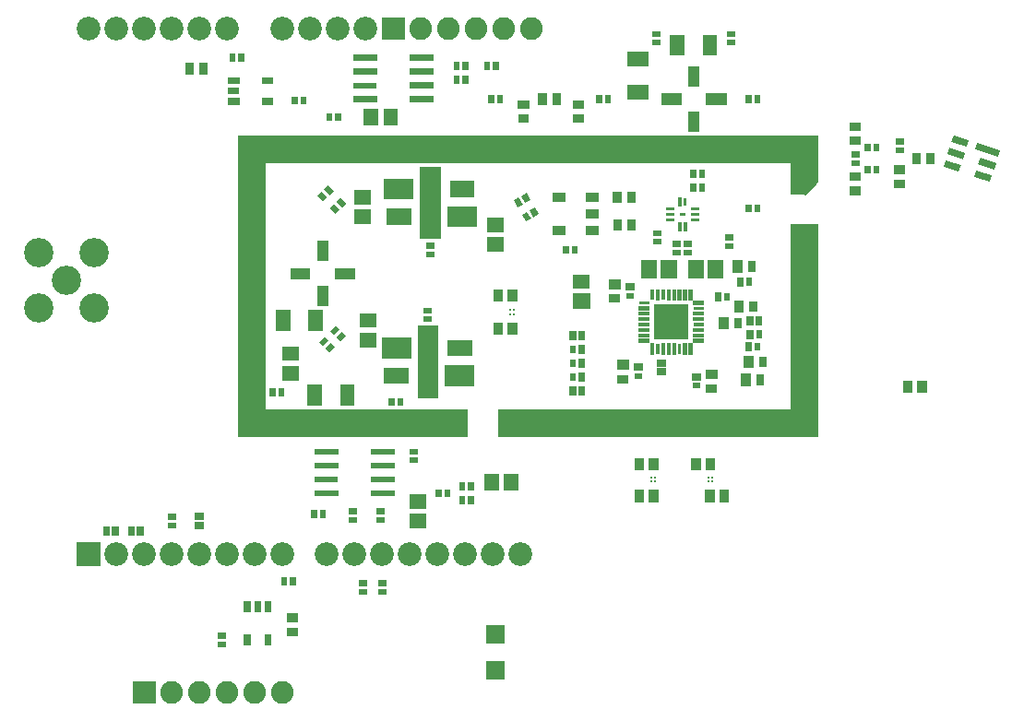
<source format=gbr>
G04 start of page 9 for group -4062 idx -4062 *
G04 Title: (unknown), soldermask *
G04 Creator: pcb 1.99z *
G04 CreationDate: Wed 29 Jul 2020 02:45:22 PM GMT UTC *
G04 For: mark *
G04 Format: Gerber/RS-274X *
G04 PCB-Dimensions (mil): 4300.00 3300.00 *
G04 PCB-Coordinate-Origin: lower left *
%MOIN*%
%FSLAX25Y25*%
%LNBOTTOMMASK*%
%ADD177R,0.0512X0.0512*%
%ADD176R,0.0315X0.0315*%
%ADD175R,0.0295X0.0295*%
%ADD174R,0.0197X0.0197*%
%ADD173R,0.0200X0.0200*%
%ADD172R,0.0215X0.0215*%
%ADD171R,0.0257X0.0257*%
%ADD170R,0.0255X0.0255*%
%ADD169R,0.0240X0.0240*%
%ADD168R,0.0571X0.0571*%
%ADD167C,0.0111*%
%ADD166R,0.0576X0.0576*%
%ADD165R,0.0355X0.0355*%
%ADD164R,0.0751X0.0751*%
%ADD163R,0.0118X0.0118*%
%ADD162R,0.0148X0.0148*%
%ADD161R,0.0572X0.0572*%
%ADD160R,0.0527X0.0527*%
%ADD159R,0.0415X0.0415*%
%ADD158R,0.0400X0.0400*%
%ADD157R,0.0098X0.0098*%
%ADD156R,0.0113X0.0113*%
%ADD155R,0.0310X0.0310*%
%ADD154R,0.1000X0.1000*%
%ADD153R,0.0100X0.0100*%
%ADD152C,0.0100*%
%ADD151R,0.0212X0.0212*%
%ADD150C,0.1060*%
%ADD149C,0.0860*%
%ADD148C,0.0820*%
%ADD147C,0.0001*%
G54D147*G36*
X149906Y274594D02*Y266394D01*
X158106D01*
Y274594D01*
X149906D01*
G37*
G54D148*X164006Y270494D03*
X174006D03*
X184006D03*
X194006D03*
X204006D03*
G54D149*X190006Y80494D03*
X200006D03*
X160006D03*
X170006D03*
X180006D03*
G54D147*G36*
X187706Y54794D02*Y48194D01*
X194306D01*
Y54794D01*
X187706D01*
G37*
G54D149*X104006Y80494D03*
X94006D03*
X114006D03*
X130006D03*
X140006D03*
X150006D03*
G54D147*G36*
X39706Y84794D02*Y76194D01*
X48306D01*
Y84794D01*
X39706D01*
G37*
G54D149*X54006Y80494D03*
X64006D03*
X74006D03*
X84006D03*
X44006Y270494D03*
X54006D03*
X64006D03*
X74006D03*
X84006D03*
X94006D03*
X114006D03*
X124006D03*
X134006D03*
X144006D03*
G54D150*X36006Y179494D03*
X26006Y189494D03*
Y169494D03*
X46006Y189494D03*
Y169494D03*
G54D147*G36*
X59906Y34594D02*Y26394D01*
X68106D01*
Y34594D01*
X59906D01*
G37*
G54D148*X74006Y30494D03*
X84006D03*
X94006D03*
X104006D03*
X114006D03*
G54D147*G36*
X187706Y41794D02*Y35194D01*
X194306D01*
Y41794D01*
X187706D01*
G37*
G54D151*X282406Y245387D02*Y244601D01*
G54D152*X302500Y211000D02*X306500Y215000D01*
G54D153*X298000Y211000D02*X302000D01*
X298000Y212000D02*X303000D01*
X298000Y213000D02*X304000D01*
X298000Y214000D02*X305000D01*
X298000Y215000D02*X306000D01*
G54D151*X320613Y221920D02*X321399D01*
X285554Y245387D02*Y244601D01*
G54D154*X302500Y226750D02*Y219750D01*
G54D151*X320613Y225068D02*X321399D01*
G54D147*G36*
X318963Y218545D02*X323049Y218545D01*
X323049Y215443D01*
X318963Y215443D01*
X318963Y218545D01*
G37*
G54D155*X320514Y229994D02*X321498D01*
X320514Y235112D02*X321498D01*
X320514Y211876D02*X321498D01*
G54D147*G36*
X356407Y231848D02*X362023Y230023D01*
X361292Y227776D01*
X355677Y229602D01*
X356407Y231848D01*
G37*
G36*
X353486Y222861D02*X359103Y221037D01*
X358373Y218790D01*
X352756Y220615D01*
X353486Y222861D01*
G37*
G54D151*X336613Y229642D02*X337399D01*
G54D147*G36*
X364719Y219211D02*X370335Y217387D01*
X369606Y215141D01*
X363989Y216965D01*
X364719Y219211D01*
G37*
G36*
X354898Y227449D02*X360657Y225578D01*
X359881Y223189D01*
X354122Y225060D01*
X354898Y227449D01*
G37*
G54D156*X253041Y203337D02*X255010D01*
X253041Y201368D02*X255010D01*
G54D157*X259537Y208848D02*Y206880D01*
G54D156*X257569Y208848D02*Y206880D01*
G54D158*X262580Y254744D02*Y251544D01*
Y238444D02*Y235244D01*
G54D159*X252830Y244994D02*X256030D01*
X269130D02*X272330D01*
G54D160*X268411Y265675D02*Y263313D01*
X256601Y265675D02*Y263313D01*
G54D151*X275613Y265420D02*X276399D01*
X275613Y268568D02*X276399D01*
G54D155*X348065Y223986D02*Y223002D01*
X342947Y223986D02*Y223002D01*
X336514Y219553D02*X337498D01*
X336514Y214435D02*X337498D01*
G54D151*X328580Y219887D02*Y219101D01*
X325432Y219887D02*Y219101D01*
X328580Y227887D02*Y227101D01*
X325432Y227887D02*Y227101D01*
X336613Y226494D02*X337399D01*
G54D161*X246463Y183887D02*Y183101D01*
X253549Y183887D02*Y183101D01*
G54D147*G36*
X215299Y189043D02*X215300Y191947D01*
X217418Y191945D01*
X217417Y189042D01*
X215299Y189043D01*
G37*
G54D162*X243404Y167447D02*X245963D01*
X243404Y165478D02*X245963D01*
X243404Y163510D02*X245963D01*
X243404Y161541D02*X245963D01*
X243404Y159573D02*X245963D01*
X243404Y157604D02*X245963D01*
X261396Y175596D02*Y173037D01*
X259427Y175596D02*Y173037D01*
X257459Y175596D02*Y173037D01*
X255490Y175596D02*Y173037D01*
X253522Y175596D02*Y173037D01*
G54D163*X251553Y175596D02*Y173037D01*
G54D162*X249585Y175596D02*Y173037D01*
G54D163*X247616Y175596D02*Y173037D01*
G54D147*G36*
X248305Y170695D02*Y158293D01*
X260707D01*
Y170695D01*
X248305D01*
G37*
G54D164*X176431Y144994D02*X179581D01*
G54D165*X191947Y162486D02*Y161502D01*
G54D166*X176431Y154994D02*X179581D01*
G54D165*X197065Y162486D02*Y161502D01*
X197000Y174480D02*Y173496D01*
X191882Y174480D02*Y173496D01*
G54D167*X196316Y168684D03*
X197696D03*
X196316Y167304D03*
X197696D03*
G54D166*X153596Y144994D02*X156746D01*
G54D164*X166589Y159294D02*Y149994D01*
Y140742D01*
G54D154*X103000Y127750D02*X176000D01*
G54D160*X116613Y153037D02*X117399D01*
G54D164*X153596Y154994D02*X156746D01*
G54D151*X161113Y114420D02*X161899D01*
X161113Y117568D02*X161899D01*
G54D160*X189463Y106887D02*Y106101D01*
X196549Y106887D02*Y106101D01*
G54D159*X128506Y175444D02*Y172244D01*
G54D158*X118756Y181994D02*X121956D01*
X135056D02*X138256D01*
G54D160*X125911Y166175D02*Y163813D01*
G54D147*G36*
X129383Y154953D02*X131437Y157007D01*
X132934Y155509D01*
X130881Y153456D01*
X129383Y154953D01*
G37*
G36*
X127157Y157179D02*X129211Y159233D01*
X130708Y157735D01*
X128655Y155681D01*
X127157Y157179D01*
G37*
G36*
X131157Y161179D02*X133211Y163233D01*
X134708Y161735D01*
X132655Y159681D01*
X131157Y161179D01*
G37*
G36*
X133383Y158953D02*X135437Y161007D01*
X136934Y159509D01*
X134881Y157456D01*
X133383Y158953D01*
G37*
G54D160*X144613Y157951D02*X145399D01*
X144613Y165037D02*X145399D01*
X116613Y145951D02*X117399D01*
G54D154*X103000Y226750D02*Y127750D01*
G54D168*X154431Y202494D02*X157581D01*
G54D164*X154431Y212494D02*X157581D01*
X177266Y202494D02*X180415D01*
X167423Y216746D02*Y207494D01*
G54D160*X114101Y166175D02*Y163813D01*
G54D169*X105006Y62344D02*Y60770D01*
G54D170*X101266Y62344D02*Y60770D01*
X108746Y50219D02*Y48644D01*
X101266Y50219D02*Y48644D01*
G54D151*X91613Y47920D02*X92399D01*
X91613Y51068D02*X92399D01*
G54D170*X108746Y62344D02*Y60770D01*
G54D155*X117014Y57553D02*X117998D01*
X117014Y52435D02*X117998D01*
G54D151*X114532Y71087D02*Y70301D01*
X117680Y71087D02*Y70301D01*
X73613Y94068D02*X74399D01*
X73613Y90920D02*X74399D01*
G54D171*X83613D02*X84399D01*
X83613Y94068D02*X84399D01*
X50432Y89387D02*Y88601D01*
X53580Y89387D02*Y88601D01*
X59432Y89387D02*Y88601D01*
X62580Y89387D02*Y88601D01*
G54D151*X134080Y238887D02*Y238101D01*
X130932Y238887D02*Y238101D01*
G54D160*X153049Y238887D02*Y238101D01*
X145963Y238887D02*Y238101D01*
G54D172*X140506Y244994D02*X147006D01*
X161006D02*X167506D01*
G54D151*X189432Y245387D02*Y244601D01*
X192580Y245387D02*Y244601D01*
G54D155*X207921Y245486D02*Y244502D01*
X213039Y245486D02*Y244502D01*
G54D173*X140506Y249994D02*X147006D01*
G54D172*X140506Y254994D02*X147006D01*
X140506Y259994D02*X147006D01*
X161006D02*X167506D01*
X161006Y254994D02*X167506D01*
X161006Y249994D02*X167506D01*
G54D151*X95858Y260387D02*Y259601D01*
G54D169*X95581Y247994D02*X97156D01*
G54D170*X95581Y251734D02*X97156D01*
X95581Y244254D02*X97156D01*
G54D151*X99006Y260387D02*Y259601D01*
G54D155*X85506Y256486D02*Y255502D01*
X80388Y256486D02*Y255502D01*
G54D147*G36*
X202060Y211068D02*X203512Y208553D01*
X201678Y207494D01*
X200226Y210009D01*
X202060Y211068D01*
G37*
G54D168*X177266Y212494D02*X180415D01*
G54D159*X128506Y191744D02*Y188544D01*
G54D147*G36*
X132615Y207157D02*X134669Y205103D01*
X133171Y203606D01*
X131117Y205659D01*
X132615Y207157D01*
G37*
G36*
X134841Y209383D02*X136894Y207329D01*
X135397Y205831D01*
X133343Y207885D01*
X134841Y209383D01*
G37*
G36*
X128115Y211657D02*X130169Y209603D01*
X128671Y208105D01*
X126617Y210159D01*
X128115Y211657D01*
G37*
G36*
X130341Y213883D02*X132394Y211829D01*
X130897Y210331D01*
X128843Y212385D01*
X130341Y213883D01*
G37*
G54D160*X142613Y202451D02*X143399D01*
X142613Y209537D02*X143399D01*
X190613Y192451D02*X191399D01*
X190613Y199537D02*X191399D01*
G54D147*G36*
X199334Y209494D02*X200786Y206979D01*
X198952Y205920D01*
X197500Y208435D01*
X199334Y209494D01*
G37*
G36*
X205060Y205872D02*X206512Y203357D01*
X204678Y202298D01*
X203226Y204813D01*
X205060Y205872D01*
G37*
G36*
X202334Y204298D02*X203786Y201784D01*
X201952Y200724D01*
X200500Y203238D01*
X202334Y204298D01*
G37*
G54D164*X167423Y207494D02*Y198194D01*
G54D155*X240053Y209986D02*Y209002D01*
X234935Y209986D02*Y209002D01*
X234947Y199986D02*Y199002D01*
G54D156*X253041Y205305D02*X255010D01*
G54D151*X262432Y213387D02*Y212601D01*
X265580Y213387D02*Y212601D01*
X262432Y218387D02*Y217601D01*
X265580Y218387D02*Y217601D01*
G54D155*X240065Y199986D02*Y199002D01*
G54D151*X249113Y193420D02*X249899D01*
X249113Y196568D02*X249899D01*
X275113Y191920D02*X275899D01*
X275113Y195068D02*X275899D01*
G54D171*X271432Y173887D02*Y173101D01*
G54D174*X274580Y173887D02*Y173101D01*
G54D151*X231580Y245387D02*Y244601D01*
G54D155*X200588Y243053D02*X201572D01*
G54D160*X241325Y247589D02*X243687D01*
X241325Y259399D02*X243687D01*
G54D151*X248613Y265420D02*X249399D01*
X248613Y268568D02*X249399D01*
X228432Y245387D02*Y244601D01*
G54D175*X220514Y237935D02*X221498D01*
G54D155*X220514Y243053D02*X221498D01*
G54D151*X176932Y257387D02*Y256601D01*
X180080Y257387D02*Y256601D01*
X187932Y257387D02*Y256601D01*
X191080Y257387D02*Y256601D01*
G54D154*X103000Y226750D02*X302500D01*
G54D175*X200588Y237935D02*X201572D01*
G54D151*X176932Y252387D02*Y251601D01*
X180080Y252387D02*Y251601D01*
G54D170*X107707Y251734D02*X109282D01*
X107707Y244254D02*X109282D01*
G54D151*X118432Y244887D02*Y244101D01*
X121580Y244887D02*Y244101D01*
G54D176*X213006Y209494D02*X214506D01*
G54D151*X166113Y165420D02*X166899D01*
X166113Y168568D02*X166899D01*
X167113Y192068D02*X167899D01*
X167113Y188920D02*X167899D01*
G54D176*X225006Y197494D02*X226506D01*
X213006D02*X214506D01*
X225006Y203494D02*X226506D01*
X225006Y209494D02*X226506D01*
G54D172*X126506Y102494D02*X133006D01*
G54D173*X126506Y107494D02*X133006D01*
G54D172*X126506Y112494D02*X133006D01*
X126506Y117494D02*X133006D01*
X147006D02*X153506D01*
G54D151*X153432Y135887D02*Y135101D01*
X156580Y135887D02*Y135101D01*
G54D160*X137411Y139175D02*Y136813D01*
G54D172*X147006Y112494D02*X153506D01*
G54D151*X128580Y95387D02*Y94601D01*
X125432Y95387D02*Y94601D01*
X113580Y139387D02*Y138601D01*
X110432Y139387D02*Y138601D01*
G54D160*X125601Y139175D02*Y136813D01*
G54D151*X139113Y96068D02*X139899D01*
X139113Y92920D02*X139899D01*
X149113D02*X149899D01*
X149113Y96068D02*X149899D01*
G54D172*X147006Y107494D02*X153506D01*
X147006Y102494D02*X153506D01*
G54D160*X162613Y99537D02*X163399D01*
X162613Y92451D02*X163399D01*
G54D151*X170432Y102887D02*Y102101D01*
X173580Y102887D02*Y102101D01*
X178858Y100387D02*Y99601D01*
X182006Y100387D02*Y99601D01*
X178858Y105387D02*Y104601D01*
X182006Y105387D02*Y104601D01*
X149613Y70068D02*X150399D01*
X142613D02*X143399D01*
X149613Y66920D02*X150399D01*
X142613D02*X143399D01*
G54D165*X273565Y101986D02*Y101002D01*
X268447Y101986D02*Y101002D01*
X242888Y101986D02*Y101002D01*
X248006Y101986D02*Y101002D01*
G54D154*X197000Y127750D02*X302500D01*
G54D147*G36*
X364831Y229111D02*X373256Y226373D01*
X372526Y224127D01*
X364101Y226864D01*
X364831Y229111D01*
G37*
G36*
X366131Y223799D02*X371890Y221928D01*
X371114Y219539D01*
X365355Y221410D01*
X366131Y223799D01*
G37*
G54D171*X286080Y165387D02*Y164601D01*
X282932Y165387D02*Y164601D01*
G54D174*X285580Y155887D02*Y155101D01*
G54D171*X282432Y155887D02*Y155101D01*
G54D165*X282447Y150486D02*Y149502D01*
G54D175*X286565Y143986D02*Y143002D01*
G54D165*X281447Y143986D02*Y143002D01*
G54D175*X287565Y150486D02*Y149502D01*
G54D154*X302500Y195000D02*Y127750D01*
G54D165*X339947Y141486D02*Y140502D01*
X345065Y141486D02*Y140502D01*
G54D167*X269137Y106804D03*
X267757D03*
X269137Y108184D03*
X267757D03*
G54D165*X263388Y113486D02*Y112502D01*
X268506Y113486D02*Y112502D01*
G54D171*X250613Y146420D02*X251399D01*
X263113Y144568D02*X263899D01*
G54D174*X263113Y141420D02*X263899D01*
G54D165*X268514Y145553D02*X269498D01*
G54D175*X268514Y140435D02*X269498D01*
G54D167*X248696Y106804D03*
Y108184D03*
X247316Y106804D03*
Y108184D03*
G54D165*X242888Y113486D02*Y112502D01*
X248006Y113486D02*Y112502D01*
G54D163*X258159Y203337D02*X258947D01*
G54D156*X262096D02*X264065D01*
X262096Y201368D02*X264065D01*
X262096Y205305D02*X264065D01*
X259537Y199793D02*Y197825D01*
X257569Y199793D02*Y197825D01*
G54D151*X260113Y192642D02*X260899D01*
X260113Y189494D02*X260899D01*
X282432Y205887D02*Y205101D01*
X285580Y205887D02*Y205101D01*
G54D175*X283565Y184986D02*Y184002D01*
G54D174*X282580Y179387D02*Y178601D01*
G54D165*X278447Y184986D02*Y184002D01*
G54D171*X279432Y179387D02*Y178601D01*
G54D161*X270506Y183887D02*Y183101D01*
X263420Y183887D02*Y183101D01*
G54D171*X283006Y160387D02*Y159601D01*
G54D175*X284065Y170486D02*Y169502D01*
G54D174*X286154Y160387D02*Y159601D01*
G54D175*X278565Y164486D02*Y163502D01*
G54D165*X278947Y170486D02*Y169502D01*
X273447Y164486D02*Y163502D01*
G54D162*X263049Y157604D02*X265608D01*
X263049Y159573D02*X265608D01*
X263049Y161541D02*X265608D01*
G54D163*X257459Y155951D02*Y153392D01*
X263049Y169415D02*X265608D01*
G54D162*X263049Y171384D02*X265608D01*
G54D163*X263049Y163510D02*X265608D01*
G54D162*X263049Y165478D02*X265608D01*
X263049Y167447D02*X265608D01*
G54D151*X256113Y192642D02*X256899D01*
X256113Y189494D02*X256899D01*
G54D147*G36*
X218446Y189043D02*X218448Y191947D01*
X220566Y191945D01*
X220564Y189042D01*
X218446Y189043D01*
G37*
G54D171*X222080Y144887D02*Y144101D01*
G54D175*X236514Y143787D02*X237498D01*
G54D174*X218932Y144887D02*Y144101D01*
G54D171*X222080Y139887D02*Y139101D01*
X218932Y139887D02*Y139101D01*
X222080Y149887D02*Y149101D01*
G54D174*X218932Y149887D02*Y149101D01*
G54D171*X222080Y154887D02*Y154101D01*
G54D174*X218932Y154887D02*Y154101D01*
G54D171*X250613Y149568D02*X251399D01*
G54D165*X236514Y148905D02*X237498D01*
G54D171*X242113Y148068D02*X242899D01*
G54D174*X242113Y144920D02*X242899D01*
G54D162*X247616Y155951D02*Y153392D01*
G54D163*X249585Y155951D02*Y153392D01*
G54D162*X251553Y155951D02*Y153392D01*
X253522Y155951D02*Y153392D01*
X255490Y155951D02*Y153392D01*
X259427Y155951D02*Y153392D01*
X261396Y155951D02*Y153392D01*
G54D171*X218932Y159887D02*Y159101D01*
X222080Y159887D02*Y159101D01*
G54D161*X221613Y171951D02*X222399D01*
G54D177*X221613Y179037D02*X222399D01*
G54D165*X233514Y178053D02*X234498D01*
G54D175*X233514Y172935D02*X234498D01*
G54D171*X239113Y177068D02*X239899D01*
G54D174*X239113Y173920D02*X239899D01*
G54D163*X243404Y171384D02*X245963D01*
G54D162*X243404Y169415D02*X245963D01*
M02*

</source>
